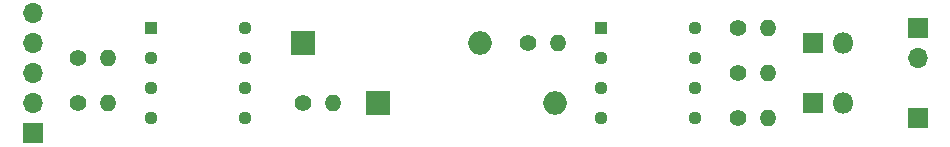
<source format=gbr>
%TF.GenerationSoftware,KiCad,Pcbnew,(5.1.9)-1*%
%TF.CreationDate,2021-04-14T17:12:51-04:00*%
%TF.ProjectId,HeartRateMonitor,48656172-7452-4617-9465-4d6f6e69746f,rev?*%
%TF.SameCoordinates,Original*%
%TF.FileFunction,Soldermask,Bot*%
%TF.FilePolarity,Negative*%
%FSLAX46Y46*%
G04 Gerber Fmt 4.6, Leading zero omitted, Abs format (unit mm)*
G04 Created by KiCad (PCBNEW (5.1.9)-1) date 2021-04-14 17:12:51*
%MOMM*%
%LPD*%
G01*
G04 APERTURE LIST*
%ADD10O,1.800000X1.800000*%
%ADD11R,1.800000X1.800000*%
%ADD12O,1.700000X1.700000*%
%ADD13R,1.700000X1.700000*%
%ADD14C,1.130000*%
%ADD15R,1.130000X1.130000*%
%ADD16O,1.400000X1.400000*%
%ADD17C,1.400000*%
%ADD18O,2.000000X2.000000*%
%ADD19R,2.000000X2.000000*%
G04 APERTURE END LIST*
D10*
%TO.C,D1*%
X139700000Y-95250000D03*
D11*
X137160000Y-95250000D03*
%TD*%
D12*
%TO.C,J3*%
X146050000Y-96520000D03*
D13*
X146050000Y-93980000D03*
%TD*%
%TO.C,J2*%
X146050000Y-101600000D03*
%TD*%
D12*
%TO.C,J1*%
X71120000Y-92710000D03*
X71120000Y-95250000D03*
X71120000Y-97790000D03*
X71120000Y-100330000D03*
D13*
X71120000Y-102870000D03*
%TD*%
D10*
%TO.C,D2*%
X139700000Y-100330000D03*
D11*
X137160000Y-100330000D03*
%TD*%
D14*
%TO.C,U2*%
X127160000Y-93980000D03*
X127160000Y-96520000D03*
X127160000Y-99060000D03*
X127160000Y-101600000D03*
X119220000Y-101600000D03*
X119220000Y-99060000D03*
X119220000Y-96520000D03*
D15*
X119220000Y-93980000D03*
%TD*%
D14*
%TO.C,U1*%
X89060000Y-93980000D03*
X89060000Y-96520000D03*
X89060000Y-99060000D03*
X89060000Y-101600000D03*
X81120000Y-101600000D03*
X81120000Y-99060000D03*
X81120000Y-96520000D03*
D15*
X81120000Y-93980000D03*
%TD*%
D16*
%TO.C,RL2*%
X77470000Y-96520000D03*
D17*
X74930000Y-96520000D03*
%TD*%
D16*
%TO.C,RL1*%
X96520000Y-100330000D03*
D17*
X93980000Y-100330000D03*
%TD*%
D16*
%TO.C,RH1*%
X115570000Y-95250000D03*
D17*
X113030000Y-95250000D03*
%TD*%
D16*
%TO.C,RF1*%
X77470000Y-100330000D03*
D17*
X74930000Y-100330000D03*
%TD*%
D16*
%TO.C,R4*%
X133350000Y-101600000D03*
D17*
X130810000Y-101600000D03*
%TD*%
D16*
%TO.C,R2*%
X133350000Y-97790000D03*
D17*
X130810000Y-97790000D03*
%TD*%
D16*
%TO.C,R1*%
X133350000Y-93980000D03*
D17*
X130810000Y-93980000D03*
%TD*%
D18*
%TO.C,CL1*%
X115330000Y-100330000D03*
D19*
X100330000Y-100330000D03*
%TD*%
D18*
%TO.C,CH1*%
X108980000Y-95250000D03*
D19*
X93980000Y-95250000D03*
%TD*%
M02*

</source>
